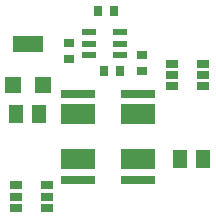
<source format=gtp>
G75*
%MOIN*%
%OFA0B0*%
%FSLAX25Y25*%
%IPPOS*%
%LPD*%
%AMOC8*
5,1,8,0,0,1.08239X$1,22.5*
%
%ADD10R,0.05118X0.05906*%
%ADD11R,0.04803X0.02441*%
%ADD12R,0.03543X0.02756*%
%ADD13R,0.02756X0.03543*%
%ADD14R,0.05512X0.05512*%
%ADD15R,0.09843X0.05512*%
%ADD16R,0.11811X0.06693*%
%ADD17R,0.11811X0.03150*%
%ADD18R,0.03898X0.02717*%
D10*
X0019510Y0057500D03*
X0026990Y0057500D03*
X0081740Y0042500D03*
X0074260Y0042500D03*
D11*
X0043843Y0084740D03*
X0043843Y0081000D03*
X0043843Y0077260D03*
X0054157Y0077260D03*
X0054157Y0084740D03*
X0054157Y0081000D03*
D12*
X0061500Y0071941D03*
X0061500Y0077059D03*
X0037000Y0081059D03*
X0037000Y0075941D03*
D13*
X0048941Y0072000D03*
X0054059Y0072000D03*
X0046941Y0092000D03*
X0052059Y0092000D03*
D14*
X0018579Y0067020D03*
X0028421Y0067020D03*
D15*
X0023500Y0080799D03*
D16*
X0040000Y0057441D03*
X0040000Y0042559D03*
X0060000Y0057441D03*
X0060000Y0042559D03*
D17*
X0040000Y0064331D03*
X0040000Y0035669D03*
X0060000Y0064331D03*
X0060000Y0035669D03*
D18*
X0019382Y0033740D03*
X0019382Y0030000D03*
X0019382Y0026260D03*
X0029618Y0026260D03*
X0029618Y0030000D03*
X0029618Y0033740D03*
X0081618Y0066760D03*
X0081618Y0070500D03*
X0081618Y0074240D03*
X0071382Y0074240D03*
X0071382Y0070500D03*
X0071382Y0066760D03*
M02*

</source>
